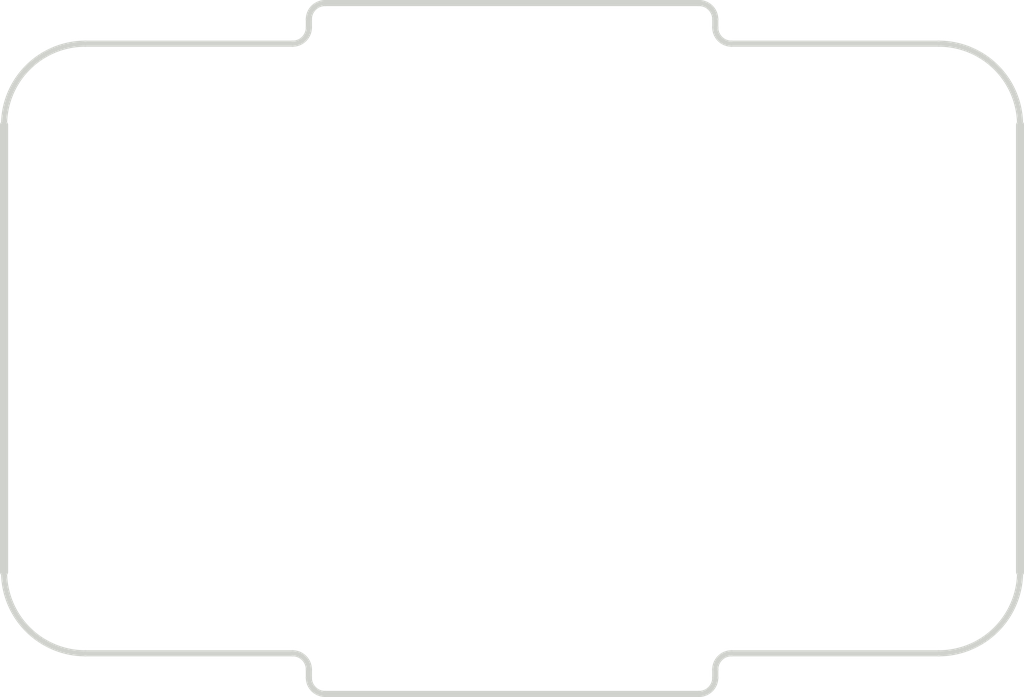
<source format=kicad_pcb>
(kicad_pcb (version 20171130) (host pcbnew 5.0.2-bee76a0~70~ubuntu18.04.1)

  (general
    (thickness 1.6)
    (drawings 24)
    (tracks 0)
    (zones 0)
    (modules 0)
    (nets 1)
  )

  (page A4)
  (layers
    (0 F.Cu signal)
    (31 B.Cu signal)
    (32 B.Adhes user)
    (33 F.Adhes user)
    (34 B.Paste user)
    (35 F.Paste user)
    (36 B.SilkS user)
    (37 F.SilkS user)
    (38 B.Mask user)
    (39 F.Mask user)
    (40 Dwgs.User user)
    (41 Cmts.User user)
    (42 Eco1.User user)
    (43 Eco2.User user)
    (44 Edge.Cuts user)
    (45 Margin user)
    (46 B.CrtYd user)
    (47 F.CrtYd user)
    (48 B.Fab user)
    (49 F.Fab user)
  )

  (setup
    (last_trace_width 0.25)
    (trace_clearance 0.2)
    (zone_clearance 0.508)
    (zone_45_only no)
    (trace_min 0.2)
    (segment_width 0.2)
    (edge_width 0.15)
    (via_size 0.8)
    (via_drill 0.4)
    (via_min_size 0.4)
    (via_min_drill 0.3)
    (uvia_size 0.3)
    (uvia_drill 0.1)
    (uvias_allowed no)
    (uvia_min_size 0.2)
    (uvia_min_drill 0.1)
    (pcb_text_width 0.3)
    (pcb_text_size 1.5 1.5)
    (mod_edge_width 0.15)
    (mod_text_size 1 1)
    (mod_text_width 0.15)
    (pad_size 1.524 1.524)
    (pad_drill 0.762)
    (pad_to_mask_clearance 0.051)
    (solder_mask_min_width 0.25)
    (aux_axis_origin 0 0)
    (visible_elements FFFFFF7F)
    (pcbplotparams
      (layerselection 0x010fc_ffffffff)
      (usegerberextensions false)
      (usegerberattributes false)
      (usegerberadvancedattributes false)
      (creategerberjobfile false)
      (excludeedgelayer true)
      (linewidth 0.100000)
      (plotframeref false)
      (viasonmask false)
      (mode 1)
      (useauxorigin false)
      (hpglpennumber 1)
      (hpglpenspeed 20)
      (hpglpendiameter 15.000000)
      (psnegative false)
      (psa4output false)
      (plotreference true)
      (plotvalue true)
      (plotinvisibletext false)
      (padsonsilk false)
      (subtractmaskfromsilk false)
      (outputformat 1)
      (mirror false)
      (drillshape 1)
      (scaleselection 1)
      (outputdirectory ""))
  )

  (net 0 "")

  (net_class Default "This is the default net class."
    (clearance 0.2)
    (trace_width 0.25)
    (via_dia 0.8)
    (via_drill 0.4)
    (uvia_dia 0.3)
    (uvia_drill 0.1)
  )

  (gr_arc (start 10.5 -5.5) (end 12.5 -5.5) (angle -90) (layer Edge.Cuts) (width 0.15) (tstamp 5D0848CC))
  (gr_arc (start 10.5 5.5) (end 10.5 7.5) (angle -90) (layer Edge.Cuts) (width 0.15) (tstamp 5D0848CC))
  (gr_arc (start -10.5 5.5) (end -12.5 5.5) (angle -90) (layer Edge.Cuts) (width 0.15) (tstamp 5D0848CC))
  (gr_arc (start 4.6 8.1) (end 4.6 8.5) (angle -90) (layer Edge.Cuts) (width 0.15) (tstamp 5D0848A7))
  (gr_line (start -5 8.1) (end -5 7.9) (layer Edge.Cuts) (width 0.15) (tstamp 5D0848A6))
  (gr_arc (start -4.6 8.1) (end -5 8.1) (angle -90) (layer Edge.Cuts) (width 0.15) (tstamp 5D0848A5))
  (gr_line (start 4.6 8.5) (end -4.6 8.5) (layer Edge.Cuts) (width 0.15) (tstamp 5D0848A4))
  (gr_arc (start -5.4 7.9) (end -5 7.9) (angle -90) (layer Edge.Cuts) (width 0.15) (tstamp 5D0848A3))
  (gr_line (start 5.4 7.5) (end 10.5 7.5) (layer Edge.Cuts) (width 0.15) (tstamp 5D0848A2))
  (gr_line (start -10.5 7.5) (end -5.4 7.5) (layer Edge.Cuts) (width 0.15) (tstamp 5D0848A1))
  (gr_line (start 5 8.1) (end 5 7.9) (layer Edge.Cuts) (width 0.15) (tstamp 5D0848A0))
  (gr_arc (start 5.4 7.9) (end 5.4 7.5) (angle -90) (layer Edge.Cuts) (width 0.15) (tstamp 5D08489F))
  (gr_line (start -5.4 -7.5) (end -10.5 -7.5) (layer Edge.Cuts) (width 0.15))
  (gr_line (start 5 -8.1) (end 5 -7.9) (layer Edge.Cuts) (width 0.15))
  (gr_line (start 10.5 -7.5) (end 5.4 -7.5) (layer Edge.Cuts) (width 0.15))
  (gr_arc (start 4.6 -8.1) (end 5 -8.1) (angle -90) (layer Edge.Cuts) (width 0.15))
  (gr_arc (start 5.4 -7.9) (end 5 -7.9) (angle -90) (layer Edge.Cuts) (width 0.15))
  (gr_line (start -5 -8.1) (end -5 -7.9) (layer Edge.Cuts) (width 0.15))
  (gr_arc (start -5.4 -7.9) (end -5.4 -7.5) (angle -90) (layer Edge.Cuts) (width 0.15))
  (gr_arc (start -4.6 -8.1) (end -4.6 -8.5) (angle -90) (layer Edge.Cuts) (width 0.15))
  (gr_line (start -4.6 -8.5) (end 4.6 -8.5) (layer Edge.Cuts) (width 0.15))
  (gr_arc (start -10.5 -5.5) (end -10.5 -7.5) (angle -90) (layer Edge.Cuts) (width 0.15))
  (gr_line (start -12.5 5.5) (end -12.5 -5.5) (layer Edge.Cuts) (width 0.2))
  (gr_line (start 12.5 -5.5) (end 12.5 5.5) (layer Edge.Cuts) (width 0.2))

)

</source>
